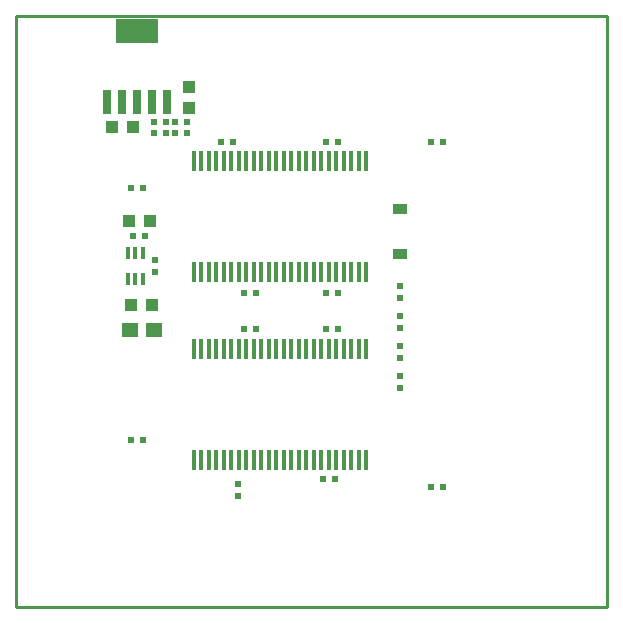
<source format=gbr>
G04 #@! TF.FileFunction,Paste,Top*
%FSLAX46Y46*%
G04 Gerber Fmt 4.6, Leading zero omitted, Abs format (unit mm)*
G04 Created by KiCad (PCBNEW 4.0.1-3.201512221401+6198~38~ubuntu15.10.1-stable) date Fri 08 Apr 2016 11:07:14 AM EEST*
%MOMM*%
G01*
G04 APERTURE LIST*
%ADD10C,0.100000*%
%ADD11C,0.254000*%
%ADD12R,0.300000X1.800000*%
%ADD13R,1.016000X1.016000*%
%ADD14R,0.500000X0.550000*%
%ADD15R,0.550000X0.500000*%
%ADD16R,1.422400X1.168400*%
%ADD17R,1.298400X0.898400*%
%ADD18R,0.300000X1.000000*%
%ADD19R,0.650000X2.000000*%
%ADD20R,3.600000X2.000000*%
G04 APERTURE END LIST*
D10*
D11*
X125000000Y-120000000D02*
X125000000Y-70000000D01*
X175000000Y-120000000D02*
X125000000Y-120000000D01*
X175000000Y-70000000D02*
X175000000Y-120000000D01*
X125000000Y-70000000D02*
X175000000Y-70000000D01*
D12*
X140017500Y-98170000D03*
X140652500Y-98170000D03*
X141287500Y-98170000D03*
X141922500Y-98170000D03*
X142557500Y-98170000D03*
X143192500Y-98170000D03*
X143827500Y-98170000D03*
X144462500Y-98170000D03*
X145097500Y-98170000D03*
X145732500Y-98170000D03*
X146367500Y-98170000D03*
X147002500Y-98170000D03*
X147637500Y-98170000D03*
X148272500Y-98170000D03*
X148907500Y-98170000D03*
X149542500Y-98170000D03*
X150177500Y-98170000D03*
X150812500Y-98170000D03*
X151447500Y-98170000D03*
X152082500Y-98170000D03*
X152717500Y-98170000D03*
X153352500Y-98170000D03*
X153987500Y-98170000D03*
X154622500Y-98170000D03*
X154622500Y-107570000D03*
X153987500Y-107570000D03*
X153352500Y-107570000D03*
X152717500Y-107570000D03*
X152082500Y-107570000D03*
X151447500Y-107570000D03*
X150812500Y-107570000D03*
X150177500Y-107570000D03*
X149542500Y-107570000D03*
X148907500Y-107570000D03*
X148272500Y-107570000D03*
X147637500Y-107570000D03*
X147002500Y-107570000D03*
X146367500Y-107570000D03*
X145732500Y-107570000D03*
X145097500Y-107570000D03*
X144462500Y-107570000D03*
X143827500Y-107570000D03*
X143192500Y-107570000D03*
X142557500Y-107570000D03*
X141922500Y-107570000D03*
X141287500Y-107570000D03*
X140652500Y-107570000D03*
X140017500Y-107570000D03*
D13*
X134556500Y-87312500D03*
X136334500Y-87312500D03*
D14*
X145288000Y-93408500D03*
X144272000Y-93408500D03*
X152273000Y-93408500D03*
X151257000Y-93408500D03*
X145288000Y-96456500D03*
X144272000Y-96456500D03*
D15*
X157480000Y-96393000D03*
X157480000Y-95377000D03*
X157480000Y-93853000D03*
X157480000Y-92837000D03*
X157480000Y-98933000D03*
X157480000Y-97917000D03*
X157480000Y-101473000D03*
X157480000Y-100457000D03*
D14*
X136652000Y-78994000D03*
X137668000Y-78994000D03*
X136652000Y-79883000D03*
X137668000Y-79883000D03*
X138430000Y-79883000D03*
X139446000Y-79883000D03*
X134747000Y-105918000D03*
X135763000Y-105918000D03*
X161163000Y-80645000D03*
X160147000Y-80645000D03*
X161163000Y-109855000D03*
X160147000Y-109855000D03*
X134747000Y-84582000D03*
X135763000Y-84582000D03*
X134874000Y-88582500D03*
X135890000Y-88582500D03*
D13*
X134747000Y-94424500D03*
X136525000Y-94424500D03*
X134874000Y-79375000D03*
X133096000Y-79375000D03*
D15*
X136779000Y-90678000D03*
X136779000Y-91694000D03*
D14*
X139446000Y-78994000D03*
X138430000Y-78994000D03*
D15*
X143764000Y-110617000D03*
X143764000Y-109601000D03*
D16*
X134620000Y-96583500D03*
X136652000Y-96583500D03*
D13*
X139636500Y-77787500D03*
X139636500Y-76009500D03*
D14*
X152273000Y-80645000D03*
X151257000Y-80645000D03*
X142367000Y-80645000D03*
X143383000Y-80645000D03*
X152019000Y-109220000D03*
X151003000Y-109220000D03*
X152273000Y-96456500D03*
X151257000Y-96456500D03*
D17*
X157480000Y-86365000D03*
X157480000Y-90165000D03*
D18*
X135714500Y-90022500D03*
X135064500Y-90022500D03*
X134414500Y-90022500D03*
X134414500Y-92222500D03*
X135064500Y-92222500D03*
X135714500Y-92222500D03*
D12*
X154622500Y-91695000D03*
X153987500Y-91695000D03*
X153352500Y-91695000D03*
X152717500Y-91695000D03*
X152082500Y-91695000D03*
X151447500Y-91695000D03*
X150812500Y-91695000D03*
X150177500Y-91695000D03*
X149542500Y-91695000D03*
X148907500Y-91695000D03*
X148272500Y-91695000D03*
X147637500Y-91695000D03*
X147002500Y-91695000D03*
X146367500Y-91695000D03*
X145732500Y-91695000D03*
X145097500Y-91695000D03*
X144462500Y-91695000D03*
X143827500Y-91695000D03*
X143192500Y-91695000D03*
X142557500Y-91695000D03*
X141922500Y-91695000D03*
X141287500Y-91695000D03*
X140652500Y-91695000D03*
X140017500Y-91695000D03*
X140017500Y-82295000D03*
X140652500Y-82295000D03*
X141287500Y-82295000D03*
X141922500Y-82295000D03*
X142557500Y-82295000D03*
X143192500Y-82295000D03*
X143827500Y-82295000D03*
X144462500Y-82295000D03*
X145097500Y-82295000D03*
X145732500Y-82295000D03*
X146367500Y-82295000D03*
X147002500Y-82295000D03*
X147637500Y-82295000D03*
X148272500Y-82295000D03*
X148907500Y-82295000D03*
X149542500Y-82295000D03*
X150177500Y-82295000D03*
X150812500Y-82295000D03*
X151447500Y-82295000D03*
X152082500Y-82295000D03*
X152717500Y-82295000D03*
X153352500Y-82295000D03*
X153987500Y-82295000D03*
X154622500Y-82295000D03*
D19*
X132715000Y-77295000D03*
X133985000Y-77295000D03*
X135255000Y-77295000D03*
X136525000Y-77295000D03*
X137795000Y-77295000D03*
D20*
X135255000Y-71295000D03*
M02*

</source>
